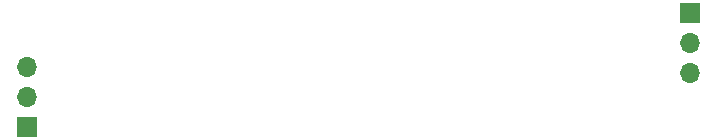
<source format=gbs>
%TF.GenerationSoftware,KiCad,Pcbnew,(6.0.1)*%
%TF.CreationDate,2022-02-18T16:05:50+00:00*%
%TF.ProjectId,Microphone Booster,4d696372-6f70-4686-9f6e-6520426f6f73,rev?*%
%TF.SameCoordinates,Original*%
%TF.FileFunction,Soldermask,Bot*%
%TF.FilePolarity,Negative*%
%FSLAX46Y46*%
G04 Gerber Fmt 4.6, Leading zero omitted, Abs format (unit mm)*
G04 Created by KiCad (PCBNEW (6.0.1)) date 2022-02-18 16:05:50*
%MOMM*%
%LPD*%
G01*
G04 APERTURE LIST*
%ADD10R,1.700000X1.700000*%
%ADD11O,1.700000X1.700000*%
G04 APERTURE END LIST*
D10*
%TO.C,J2*%
X113440000Y-74200000D03*
D11*
X113440000Y-76740000D03*
X113440000Y-79280000D03*
%TD*%
%TO.C,J1*%
X57310000Y-78740000D03*
X57310000Y-81280000D03*
D10*
X57310000Y-83820000D03*
%TD*%
M02*

</source>
